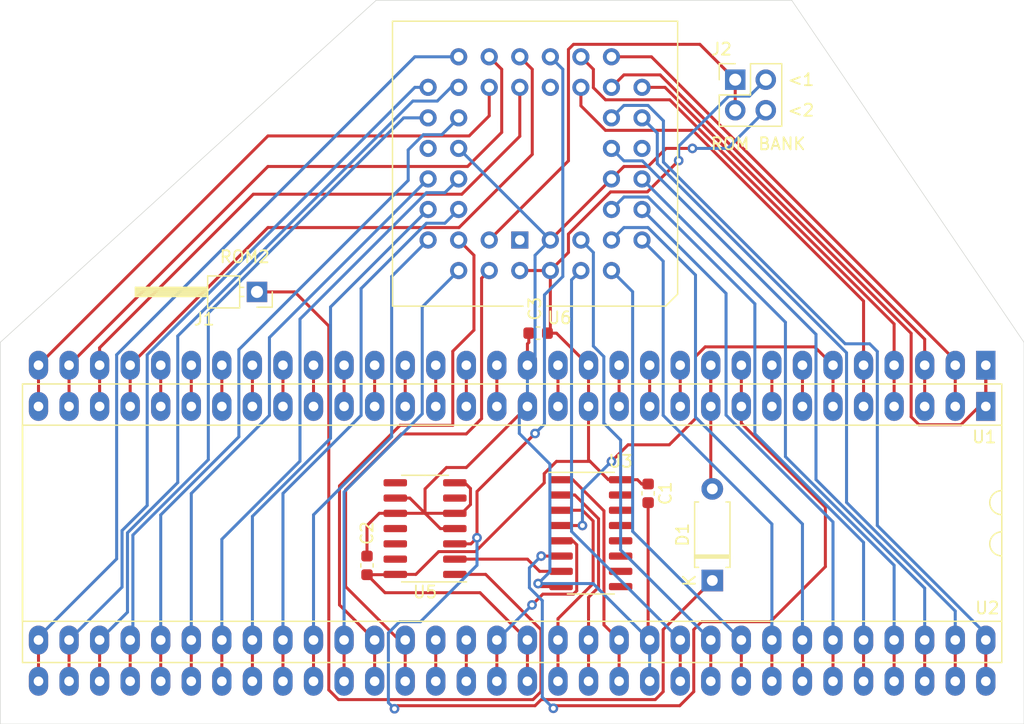
<source format=kicad_pcb>
(kicad_pcb (version 20211014) (generator pcbnew)
  (layers (0 "F.Cu" signal) (31 "B.Cu" signal) (34 "B.Paste" user) (35 "F.Paste" user) (36 "B.SilkS" user "B.Silkscreen") (37 "F.SilkS" user "F.Silkscreen") (38 "B.Mask" user) (39 "F.Mask" user) (44 "Edge.Cuts" user))
  (net 0 "")
  (net 1 "/A14")
  (net 2 "/A12")
  (net 3 "/A10")
  (net 5 "/A8")
  (net 6 "/A15")
  (net 7 "/A13")
  (net 8 "/A11")
  (net 9 "GND")
  (net 10 "/A9")
  (net 11 "/A7")
  (net 12 "/A5")
  (net 13 "/A3")
  (net 14 "/A1")
  (net 15 "/D1")
  (net 16 "/D3")
  (net 17 "/A6")
  (net 18 "/A4")
  (net 19 "/A2")
  (net 21 "/D0")
  (net 22 "/D2")
  (net 23 "/D4")
  (net 24 "/D6")
  (net 26 "/D8")
  (net 27 "/D10")
  (net 28 "/D12")
  (net 29 "/D5")
  (net 30 "/D7")
  (net 31 "/D9")
  (net 32 "/D11")
  (net 33 "/A17")
  (net 34 "+5V")
  (net 35 "/D13")
  (net 36 "/D15")
  (net 37 "/A16")
  (net 38 "/A18")
  (net 39 "/D14")
  (net 41 "Net-(J1-Pad1)")
  (net 42 "/FC0")
  (net 43 "/FC1")
  (net 44 "/FC2")
  (net 45 "/IPL0")
  (net 46 "/IPL1")
  (net 47 "/IPL2")
  (net 48 "/BERR")
  (net 49 "/VPA")
  (net 50 "/A23")
  (net 51 "/E")
  (net 52 "/A22")
  (net 53 "/VMA")
  (net 54 "/A21")
  (net 55 "/RESET")
  (net 56 "/HALT")
  (net 57 "/A20")
  (net 58 "/A19")
  (net 59 "/CLK")
  (net 60 "/BR")
  (net 61 "/BGACK")
  (net 62 "/BG")
  (net 63 "/DTACK")
  (net 64 "/RW")
  (net 65 "/LDS")
  (net 66 "/UDS")
  (net 67 "/AS")
  (net 75 "Net-(U3-Pad7)")
  (net 78 "/BANK")
  (net 79 "/OE")
  (footprint "Package_LCC:PLCC-44_THT-Socket" (layer "F.Cu") (at 111.252 108.331 180)
    (fp_text reference "U6")
    (fp_text value "27C4096PLCC")
  )
  (footprint "Package_DIP:DIP-64_W22.86mm_LongPads" (layer "F.Cu") (at 149.987 122.174 -90)
    (fp_text reference "U1")
    (fp_text value "Socket")
  )
  (footprint "Package_DIP:DIP-64_W22.86mm_LongPads" (layer "F.Cu") (at 149.987 118.745 -90)
    (fp_text reference "U2")
    (fp_text value "CPU")
  )
  (footprint "Package_SO:SOIC-16_3.9x9.9mm_P1.27mm" (layer "F.Cu") (at 117.159 132.715)
    (fp_text reference "U3")
    (fp_text value "74LS138")
  )
  (footprint "Package_SO:SOIC-14_3.9x8.7mm_P1.27mm" (layer "F.Cu") (at 103.378 132.334 180)
    (fp_text reference "U5")
    (fp_text value "74LS08")
  )
  (footprint "Capacitor_SMD:C_0603_1608Metric" (layer "F.Cu") (at 121.92 129.4 -90)
    (fp_text reference "C1")
    (fp_text value ".1u")
  )
  (footprint "Capacitor_SMD:C_0603_1608Metric" (layer "F.Cu") (at 98.552 135.395 90)
    (fp_text reference "C2")
    (fp_text value ".1u")
  )
  (footprint "Capacitor_SMD:C_0603_1608Metric" (layer "F.Cu") (at 112.776 116.078 180)
    (fp_text reference "C3")
    (fp_text value ".1u")
  )
  (footprint "Connector_PinHeader_2.54mm:PinHeader_1x01_P2.54mm_Horizontal" (layer "F.Cu") (at 89.408 112.649 180)
    (fp_text reference "J1")
    (fp_text value "ROM2")
  )
  (footprint "Connector_PinHeader_2.54mm:PinHeader_2x02_P2.54mm_Vertical" (layer "F.Cu") (at 129.159 94.996)
    (fp_text reference "J2")
    (fp_text value "BANK")
  )
  (footprint "Diode_THT:D_A-405_P7.62mm_Horizontal" (layer "F.Cu") (at 127.254 136.652 90)
    (fp_text reference "D1")
    (fp_text value "D")
  )
  (gr_line (start 68.072 116.84) (end 99.314 88.392) (layer "Edge.Cuts") (width 0.05))
  (gr_line (start 133.858 88.392) (end 153.162 116.84) (layer "Edge.Cuts") (width 0.05))
  (gr_line (start 68.072 148.59) (end 68.072 116.84) (layer "Edge.Cuts") (width 0.05))
  (gr_line (start 153.162 148.59) (end 68.072 148.59) (layer "Edge.Cuts") (width 0.05))
  (gr_line (start 99.314 88.392) (end 133.858 88.392) (layer "Edge.Cuts") (width 0.05))
  (gr_line (start 153.162 116.84) (end 153.162 148.59) (layer "Edge.Cuts") (width 0.05))
  (gr_text "ROM BANK" (at 131.064 100.33) (layer "F.SilkS") (effects (font (size 1 1))))
  (gr_text "ROM2" (at 88.392 109.728) (layer "F.SilkS") (effects (font (size 1 1))))
  (gr_text "<2" (at 134.62 97.536) (layer "F.SilkS") (effects (font (size 1 1))))
  (gr_text "<1" (at 134.62 94.996) (layer "F.SilkS") (effects (font (size 1 1))))
  (segment (start 94.107 145.034) (end 94.107 141.605) (width 0.25) (layer "F.Cu") (net 1))
  (segment (start 94.107 131.18959) (end 100.60199 124.6946) (width 0.25) (layer "B.Cu") (net 1))
  (segment (start 100.60199 111.36101) (end 103.632 108.331) (width 0.25) (layer "B.Cu") (net 1))
  (segment (start 100.60199 124.6946) (end 100.60199 111.36101) (width 0.25) (layer "B.Cu") (net 1))
  (segment (start 94.107 141.605) (end 94.107 131.18959) (width 0.25) (layer "B.Cu") (net 1))
  (segment (start 89.027 145.034) (end 89.027 141.605) (width 0.25) (layer "F.Cu") (net 2))
  (segment (start 95.52199 124.8216) (end 95.52199 113.90101) (width 0.25) (layer "B.Cu") (net 2))
  (segment (start 89.027 141.605) (end 89.027 131.31659) (width 0.25) (layer "B.Cu") (net 2))
  (segment (start 89.027 131.31659) (end 95.52199 124.8216) (width 0.25) (layer "B.Cu") (net 2))
  (segment (start 95.52199 113.90101) (end 103.632 105.791) (width 0.25) (layer "B.Cu") (net 2))
  (segment (start 83.947 145.034) (end 83.947 141.605) (width 0.25) (layer "F.Cu") (net 3))
  (segment (start 90.44199 116.44101) (end 103.632 103.251) (width 0.25) (layer "B.Cu") (net 3))
  (segment (start 90.44199 122.91801) (end 90.44199 116.44101) (width 0.25) (layer "B.Cu") (net 3))
  (segment (start 83.947 129.413) (end 90.44199 122.91801) (width 0.25) (layer "B.Cu") (net 3))
  (segment (start 83.947 141.605) (end 83.947 129.413) (width 0.25) (layer "B.Cu") (net 3))
  (segment (start 78.867 145.034) (end 78.867 141.605) (width 0.25) (layer "F.Cu") (net 5))
  (segment (start 79.092023 132.873797) (end 85.36199 126.60383) (width 0.25) (layer "B.Cu") (net 5))
  (segment (start 85.36199 114.410008) (end 101.600998 98.171) (width 0.25) (layer "B.Cu") (net 5))
  (segment (start 101.600998 98.171) (end 103.632 98.171) (width 0.25) (layer "B.Cu") (net 5))
  (segment (start 78.867 141.605) (end 79.092023 141.379977) (width 0.25) (layer "B.Cu") (net 5))
  (segment (start 85.36199 126.60383) (end 85.36199 114.410008) (width 0.25) (layer "B.Cu") (net 5))
  (segment (start 79.092023 141.379977) (end 79.092023 132.873797) (width 0.25) (layer "B.Cu") (net 5))
  (segment (start 96.647 145.034) (end 96.647 141.605) (width 0.25) (layer "F.Cu") (net 6))
  (segment (start 96.647 129.286) (end 103.14199 122.79101) (width 0.25) (layer "B.Cu") (net 6))
  (segment (start 103.14199 113.90101) (end 106.172 110.871) (width 0.25) (layer "B.Cu") (net 6))
  (segment (start 103.14199 122.79101) (end 103.14199 113.90101) (width 0.25) (layer "B.Cu") (net 6))
  (segment (start 96.647 141.605) (end 96.647 129.286) (width 0.25) (layer "B.Cu") (net 6))
  (segment (start 91.567 145.034) (end 91.567 141.605) (width 0.25) (layer "F.Cu") (net 7))
  (segment (start 98.06199 112.367432) (end 103.495422 106.934) (width 0.25) (layer "B.Cu") (net 7))
  (segment (start 105.029 106.934) (end 106.172 105.791) (width 0.25) (layer "B.Cu") (net 7))
  (segment (start 91.567 129.413) (end 98.06199 122.91801) (width 0.25) (layer "B.Cu") (net 7))
  (segment (start 98.06199 122.91801) (end 98.06199 112.367432) (width 0.25) (layer "B.Cu") (net 7))
  (segment (start 91.567 141.605) (end 91.567 129.413) (width 0.25) (layer "B.Cu") (net 7))
  (segment (start 103.495422 106.934) (end 105.029 106.934) (width 0.25) (layer "B.Cu") (net 7))
  (segment (start 86.487 145.034) (end 86.487 141.605) (width 0.25) (layer "F.Cu") (net 8))
  (segment (start 92.98199 126.72519) (end 92.98199 114.907432) (width 0.25) (layer "B.Cu") (net 8))
  (segment (start 103.495422 104.394) (end 105.029 104.394) (width 0.25) (layer "B.Cu") (net 8))
  (segment (start 86.487 141.605) (end 86.487 133.22018) (width 0.25) (layer "B.Cu") (net 8))
  (segment (start 92.98199 114.907432) (end 103.495422 104.394) (width 0.25) (layer "B.Cu") (net 8))
  (segment (start 105.029 104.394) (end 106.172 103.251) (width 0.25) (layer "B.Cu") (net 8))
  (segment (start 86.487 133.22018) (end 92.98199 126.72519) (width 0.25) (layer "B.Cu") (net 8))
  (segment (start 114.684 137.16) (end 113.03 137.16) (width 0.25) (layer "F.Cu") (net 9))
  (segment (start 103.378 131.064) (end 105.853 131.064) (width 0.25) (layer "F.Cu") (net 9))
  (segment (start 113.03 137.16) (end 112.776 136.906) (width 0.25) (layer "F.Cu") (net 9))
  (segment (start 122.047 141.523) (end 122.047 141.605) (width 0.25) (layer "F.Cu") (net 9))
  (segment (start 106.807 127.254) (end 105.156 127.254) (width 0.25) (layer "F.Cu") (net 9))
  (segment (start 100.903 131.064) (end 103.378 131.064) (width 0.25) (layer "F.Cu") (net 9))
  (segment (start 107.15252 130.33748) (end 106.426 131.064) (width 0.25) (layer "F.Cu") (net 9))
  (segment (start 118.872 103.251) (end 119.908201 102.214799) (width 0.25) (layer "F.Cu") (net 9))
  (segment (start 113.792 108.331) (end 118.872 103.251) (width 0.25) (layer "F.Cu") (net 9))
  (segment (start 103.378 129.032) (end 103.378 131.064) (width 0.25) (layer "F.Cu") (net 9))
  (segment (start 99.568 131.064) (end 98.552 132.08) (width 0.25) (layer "F.Cu") (net 9))
  (segment (start 121.909377 102.214799) (end 123.413176 100.711) (width 0.25) (layer "F.Cu") (net 9))
  (segment (start 105.853 132.334) (end 104.648 132.334) (width 0.25) (layer "F.Cu") (net 9))
  (segment (start 103.378 131.064) (end 102.108 129.794) (width 0.25) (layer "F.Cu") (net 9))
  (segment (start 111.887 118.745) (end 111.887 116.967) (width 0.25) (layer "F.Cu") (net 9))
  (segment (start 119.908201 102.214799) (end 121.909377 102.214799) (width 0.25) (layer "F.Cu") (net 9))
  (segment (start 106.68 128.524) (end 107.15252 128.99652) (width 0.25) (layer "F.Cu") (net 9))
  (segment (start 111.887 122.174) (end 106.807 127.254) (width 0.25) (layer "F.Cu") (net 9))
  (segment (start 104.648 132.334) (end 103.378 131.064) (width 0.25) (layer "F.Cu") (net 9))
  (segment (start 106.426 131.064) (end 105.853 131.064) (width 0.25) (layer "F.Cu") (net 9))
  (segment (start 107.15252 128.99652) (end 107.15252 130.33748) (width 0.25) (layer "F.Cu") (net 9))
  (segment (start 121.92 141.478) (end 122.047 141.605) (width 0.25) (layer "F.Cu") (net 9))
  (segment (start 112.001 116.853) (end 112.001 116.078) (width 0.25) (layer "F.Cu") (net 9))
  (segment (start 105.156 127.254) (end 103.378 129.032) (width 0.25) (layer "F.Cu") (net 9))
  (segment (start 111.887 116.967) (end 112.001 116.853) (width 0.25) (layer "F.Cu") (net 9))
  (segment (start 100.903 131.064) (end 99.568 131.064) (width 0.25) (layer "F.Cu") (net 9))
  (segment (start 121.92 130.175) (end 121.92 141.478) (width 0.25) (layer "F.Cu") (net 9))
  (segment (start 123.413176 100.711) (end 125.603 100.711) (width 0.25) (layer "F.Cu") (net 9))
  (segment (start 105.853 128.524) (end 106.68 128.524) (width 0.25) (layer "F.Cu") (net 9))
  (segment (start 98.552 132.08) (end 98.552 134.62) (width 0.25) (layer "F.Cu") (net 9))
  (segment (start 102.108 129.794) (end 100.903 129.794) (width 0.25) (layer "F.Cu") (net 9))
  (via (at 112.776 136.906) (size 0.8) (drill 0.4) (layers "F.Cu" "B.Cu") (net 9))
  (via (at 125.603 100.711) (size 0.8) (drill 0.4) (layers "F.Cu" "B.Cu") (net 9))
  (segment (start 112.776 136.906) (end 117.348 136.906) (width 0.25) (layer "B.Cu") (net 9))
  (segment (start 113.754511 135.927489) (end 112.776 136.906) (width 0.25) (layer "B.Cu") (net 9))
  (segment (start 112.522 109.601) (end 113.792 108.331) (width 0.25) (layer "B.Cu") (net 9))
  (segment (start 112.522 109.982) (end 112.522 109.601) (width 0.25) (layer "B.Cu") (net 9))
  (segment (start 111.213317 124.421317) (end 113.754511 126.962511) (width 0.25) (layer "B.Cu") (net 9))
  (segment (start 111.887 118.745) (end 111.887 122.174) (width 0.25) (layer "B.Cu") (net 9))
  (segment (start 125.603 100.711) (end 128.524 100.711) (width 0.25) (layer "B.Cu") (net 9))
  (segment (start 106.172 100.711) (end 113.792 108.331) (width 0.25) (layer "B.Cu") (net 9))
  (segment (start 113.754511 126.962511) (end 113.754511 135.927489) (width 0.25) (layer "B.Cu") (net 9))
  (segment (start 111.213317 122.847683) (end 111.213317 124.421317) (width 0.25) (layer "B.Cu") (net 9))
  (segment (start 117.348 136.906) (end 122.047 141.605) (width 0.25) (layer "B.Cu") (net 9))
  (segment (start 112.522 109.982) (end 112.522 118.11) (width 0.25) (layer "B.Cu") (net 9))
  (segment (start 122.047 141.605) (end 122.047 145.034) (width 0.25) (layer "B.Cu") (net 9))
  (segment (start 111.887 122.174) (end 111.213317 122.847683) (width 0.25) (layer "B.Cu") (net 9))
  (segment (start 128.524 100.711) (end 131.699 97.536) (width 0.25) (layer "B.Cu") (net 9))
  (segment (start 112.522 118.11) (end 111.887 118.745) (width 0.25) (layer "B.Cu") (net 9))
  (segment (start 81.407 145.034) (end 81.407 141.605) (width 0.25) (layer "F.Cu") (net 10))
  (segment (start 103.241422 99.568) (end 101.976211 100.833211) (width 0.25) (layer "B.Cu") (net 10))
  (segment (start 104.775 99.568) (end 103.241422 99.568) (width 0.25) (layer "B.Cu") (net 10))
  (segment (start 101.976211 103.373211) (end 87.90199 117.447432) (width 0.25) (layer "B.Cu") (net 10))
  (segment (start 81.407 131.195233) (end 81.407 141.605) (width 0.25) (layer "B.Cu") (net 10))
  (segment (start 87.90199 117.447432) (end 87.90199 124.700243) (width 0.25) (layer "B.Cu") (net 10))
  (segment (start 106.172 98.171) (end 104.775 99.568) (width 0.25) (layer "B.Cu") (net 10))
  (segment (start 87.90199 124.700243) (end 81.407 131.195233) (width 0.25) (layer "B.Cu") (net 10))
  (segment (start 101.976211 100.833211) (end 101.976211 103.373211) (width 0.25) (layer "B.Cu") (net 10))
  (segment (start 76.327 145.034) (end 76.327 141.605) (width 0.25) (layer "F.Cu") (net 11))
  (segment (start 104.394 96.774) (end 105.537 95.631) (width 0.25) (layer "B.Cu") (net 11))
  (segment (start 82.82199 116.313597) (end 102.361587 96.774) (width 0.25) (layer "B.Cu") (net 11))
  (segment (start 105.537 95.631) (end 106.172 95.631) (width 0.25) (layer "B.Cu") (net 11))
  (segment (start 82.82199 128.50742) (end 82.82199 116.313597) (width 0.25) (layer "B.Cu") (net 11))
  (segment (start 102.361587 96.774) (end 104.394 96.774) (width 0.25) (layer "B.Cu") (net 11))
  (segment (start 76.327 141.605) (end 78.642012 139.289988) (width 0.25) (layer "B.Cu") (net 11))
  (segment (start 78.642012 132.687398) (end 82.82199 128.50742) (width 0.25) (layer "B.Cu") (net 11))
  (segment (start 78.642012 139.289988) (end 78.642012 132.687398) (width 0.25) (layer "B.Cu") (net 11))
  (segment (start 71.247 145.034) (end 71.247 141.605) (width 0.25) (layer "F.Cu") (net 12))
  (segment (start 102.529996 93.091) (end 106.172 93.091) (width 0.25) (layer "B.Cu") (net 12))
  (segment (start 71.247 141.605) (end 71.247 141.351) (width 0.25) (layer "B.Cu") (net 12))
  (segment (start 77.74199 117.879006) (end 102.529996 93.091) (width 0.25) (layer "B.Cu") (net 12))
  (segment (start 71.247 141.351) (end 77.74199 134.85601) (width 0.25) (layer "B.Cu") (net 12))
  (segment (start 77.74199 134.85601) (end 77.74199 117.879006) (width 0.25) (layer "B.Cu") (net 12))
  (segment (start 109.748201 94.127201) (end 108.712 93.091) (width 0.25) (layer "F.Cu") (net 13))
  (segment (start 73.787 122.174) (end 73.787 118.745) (width 0.25) (layer "F.Cu") (net 13))
  (segment (start 90.317201 102.214799) (end 106.913799 102.214799) (width 0.25) (layer "F.Cu") (net 13))
  (segment (start 109.748201 99.380397) (end 109.748201 94.127201) (width 0.25) (layer "F.Cu") (net 13))
  (segment (start 106.913799 102.214799) (end 109.748201 99.380397) (width 0.25) (layer "F.Cu") (net 13))
  (segment (start 73.787 118.745) (end 90.317201 102.214799) (width 0.25) (layer "F.Cu") (net 13))
  (segment (start 112.288201 101.208377) (end 112.288201 94.127201) (width 0.25) (layer "F.Cu") (net 14))
  (segment (start 106.201779 107.294799) (end 112.288201 101.208377) (width 0.25) (layer "F.Cu") (net 14))
  (segment (start 112.288201 94.127201) (end 111.252 93.091) (width 0.25) (layer "F.Cu") (net 14))
  (segment (start 90.317201 107.294799) (end 106.201779 107.294799) (width 0.25) (layer "F.Cu") (net 14))
  (segment (start 78.867 122.174) (end 78.867 118.745) (width 0.25) (layer "F.Cu") (net 14))
  (segment (start 78.867 118.745) (end 90.317201 107.294799) (width 0.25) (layer "F.Cu") (net 14))
  (segment (start 118.374623 96.667201) (end 117.368201 95.660779) (width 0.25) (layer "F.Cu") (net 15))
  (segment (start 117.368201 95.660779) (end 117.368201 94.127201) (width 0.25) (layer "F.Cu") (net 15))
  (segment (start 117.368201 94.127201) (end 116.332 93.091) (width 0.25) (layer "F.Cu") (net 15))
  (segment (start 142.367 122.174) (end 142.367 118.745) (width 0.25) (layer "F.Cu") (net 15))
  (segment (start 142.367 115.314589) (end 123.719612 96.667201) (width 0.25) (layer "F.Cu") (net 15))
  (segment (start 142.367 118.745) (end 142.367 115.314589) (width 0.25) (layer "F.Cu") (net 15))
  (segment (start 123.719612 96.667201) (end 118.374623 96.667201) (width 0.25) (layer "F.Cu") (net 15))
  (segment (start 122.193 93.091) (end 118.872 93.091) (width 0.25) (layer "F.Cu") (net 16))
  (segment (start 147.447 122.174) (end 147.447 118.745) (width 0.25) (layer "F.Cu") (net 16))
  (segment (start 147.447 118.345) (end 122.193 93.091) (width 0.25) (layer "F.Cu") (net 16))
  (segment (start 147.447 118.745) (end 147.447 118.345) (width 0.25) (layer "F.Cu") (net 16))
  (segment (start 73.787 145.034) (end 73.787 141.605) (width 0.25) (layer "F.Cu") (net 17))
  (segment (start 80.28199 117.879006) (end 102.529996 95.631) (width 0.25) (layer "B.Cu") (net 17))
  (segment (start 78.192001 132.500999) (end 80.28199 130.41101) (width 0.25) (layer "B.Cu") (net 17))
  (segment (start 80.28199 130.41101) (end 80.28199 117.879006) (width 0.25) (layer "B.Cu") (net 17))
  (segment (start 73.787 141.605) (end 78.192001 137.199999) (width 0.25) (layer "B.Cu") (net 17))
  (segment (start 78.192001 137.199999) (end 78.192001 132.500999) (width 0.25) (layer "B.Cu") (net 17))
  (segment (start 102.529996 95.631) (end 103.632 95.631) (width 0.25) (layer "B.Cu") (net 17))
  (segment (start 71.247 122.174) (end 71.247 118.745) (width 0.25) (layer "F.Cu") (net 18))
  (segment (start 71.247 118.745) (end 90.317201 99.674799) (width 0.25) (layer "F.Cu") (net 18))
  (segment (start 90.317201 99.674799) (end 107.040799 99.674799) (width 0.25) (layer "F.Cu") (net 18))
  (segment (start 108.712 98.003598) (end 108.712 95.631) (width 0.25) (layer "F.Cu") (net 18))
  (segment (start 107.040799 99.674799) (end 108.712 98.003598) (width 0.25) (layer "F.Cu") (net 18))
  (segment (start 76.327 117.295) (end 89.101 104.521) (width 0.25) (layer "F.Cu") (net 19))
  (segment (start 89.101 104.521) (end 106.435578 104.521) (width 0.25) (layer "F.Cu") (net 19))
  (segment (start 76.327 118.745) (end 76.327 117.295) (width 0.25) (layer "F.Cu") (net 19))
  (segment (start 76.327 122.174) (end 76.327 118.745) (width 0.25) (layer "F.Cu") (net 19))
  (segment (start 106.435578 104.521) (end 111.252 99.704578) (width 0.25) (layer "F.Cu") (net 19))
  (segment (start 111.252 99.704578) (end 111.252 95.631) (width 0.25) (layer "F.Cu") (net 19))
  (segment (start 139.827 113.411) (end 125.623201 99.207201) (width 0.25) (layer "F.Cu") (net 21))
  (segment (start 139.827 122.174) (end 139.827 118.745) (width 0.25) (layer "F.Cu") (net 21))
  (segment (start 125.623201 99.207201) (end 118.374623 99.207201) (width 0.25) (layer "F.Cu") (net 21))
  (segment (start 118.374623 99.207201) (end 116.332 97.164578) (width 0.25) (layer "F.Cu") (net 21))
  (segment (start 116.332 97.164578) (end 116.332 95.631) (width 0.25) (layer "F.Cu") (net 21))
  (segment (start 139.827 118.745) (end 139.827 113.411) (width 0.25) (layer "F.Cu") (net 21))
  (segment (start 119.908201 94.594799) (end 118.872 95.631) (width 0.25) (layer "F.Cu") (net 22))
  (segment (start 122.920032 94.594799) (end 119.908201 94.594799) (width 0.25) (layer "F.Cu") (net 22))
  (segment (start 144.907 116.581767) (end 122.920032 94.594799) (width 0.25) (layer "F.Cu") (net 22))
  (segment (start 144.907 122.174) (end 144.907 118.745) (width 0.25) (layer "F.Cu") (net 22))
  (segment (start 144.907 118.745) (end 144.907 116.581767) (width 0.25) (layer "F.Cu") (net 22))
  (segment (start 123.319822 95.631) (end 121.412 95.631) (width 0.25) (layer "F.Cu") (net 23))
  (segment (start 149.987 118.745) (end 149.987 121.625004) (width 0.25) (layer "F.Cu") (net 23))
  (segment (start 143.78199 123.039994) (end 143.78199 116.093168) (width 0.25) (layer "F.Cu") (net 23))
  (segment (start 147.912994 123.69901) (end 144.441006 123.69901) (width 0.25) (layer "F.Cu") (net 23))
  (segment (start 149.987 122.174) (end 149.987 118.745) (width 0.25) (layer "F.Cu") (net 23))
  (segment (start 143.78199 116.093168) (end 123.319822 95.631) (width 0.25) (layer "F.Cu") (net 23))
  (segment (start 149.987 121.625004) (end 147.912994 123.69901) (width 0.25) (layer "F.Cu") (net 23))
  (segment (start 144.441006 123.69901) (end 143.78199 123.039994) (width 0.25) (layer "F.Cu") (net 23))
  (segment (start 147.447 141.605) (end 147.447 145.034) (width 0.25) (layer "F.Cu") (net 24))
  (segment (start 138.41201 117.71101) (end 122.682 101.981) (width 0.25) (layer "B.Cu") (net 24))
  (segment (start 138.41201 130.15842) (end 138.41201 117.71101) (width 0.25) (layer "B.Cu") (net 24))
  (segment (start 122.682 101.981) (end 122.682 99.441) (width 0.25) (layer "B.Cu") (net 24))
  (segment (start 122.682 99.441) (end 121.412 98.171) (width 0.25) (layer "B.Cu") (net 24))
  (segment (start 147.447 139.19341) (end 138.41201 130.15842) (width 0.25) (layer "B.Cu") (net 24))
  (segment (start 147.447 141.605) (end 147.447 139.19341) (width 0.25) (layer "B.Cu") (net 24))
  (segment (start 142.367 145.034) (end 142.367 141.605) (width 0.25) (layer "F.Cu") (net 26))
  (segment (start 142.367 135.386232) (end 133.33201 126.351242) (width 0.25) (layer "B.Cu") (net 26))
  (segment (start 133.33201 126.351242) (end 133.33201 115.17101) (width 0.25) (layer "B.Cu") (net 26))
  (segment (start 142.367 141.605) (end 142.367 135.386232) (width 0.25) (layer "B.Cu") (net 26))
  (segment (start 133.33201 115.17101) (end 121.412 103.251) (width 0.25) (layer "B.Cu") (net 26))
  (segment (start 137.287 145.034) (end 137.287 141.605) (width 0.25) (layer "F.Cu") (net 27))
  (segment (start 137.287 131.784311) (end 128.397 122.894311) (width 0.25) (layer "B.Cu") (net 27))
  (segment (start 137.287 141.605) (end 137.287 131.784311) (width 0.25) (layer "B.Cu") (net 27))
  (segment (start 128.397 112.776) (end 121.412 105.791) (width 0.25) (layer "B.Cu") (net 27))
  (segment (start 128.397 122.894311) (end 128.397 112.776) (width 0.25) (layer "B.Cu") (net 27))
  (segment (start 132.207 145.034) (end 132.207 141.605) (width 0.25) (layer "F.Cu") (net 28))
  (segment (start 123.17201 110.09101) (end 121.412 108.331) (width 0.25) (layer "B.Cu") (net 28))
  (segment (start 123.17201 122.91801) (end 123.17201 110.09101) (width 0.25) (layer "B.Cu") (net 28))
  (segment (start 132.207 131.953) (end 123.17201 122.91801) (width 0.25) (layer "B.Cu") (net 28))
  (segment (start 132.207 141.605) (end 132.207 131.953) (width 0.25) (layer "B.Cu") (net 28))
  (segment (start 149.987 141.605) (end 149.987 145.034) (width 0.25) (layer "F.Cu") (net 29))
  (segment (start 140.335 116.967) (end 140.97 117.602) (width 0.25) (layer "B.Cu") (net 29))
  (segment (start 138.30441 116.967) (end 140.335 116.967) (width 0.25) (layer "B.Cu") (net 29))
  (segment (start 140.97 132.08) (end 149.987 141.097) (width 0.25) (layer "B.Cu") (net 29))
  (segment (start 123.19 98.415422) (end 123.19 101.85259) (width 0.25) (layer "B.Cu") (net 29))
  (segment (start 121.909377 97.134799) (end 123.19 98.415422) (width 0.25) (layer "B.Cu") (net 29))
  (segment (start 149.987 141.097) (end 149.987 141.605) (width 0.25) (layer "B.Cu") (net 29))
  (segment (start 119.908201 97.134799) (end 121.909377 97.134799) (width 0.25) (layer "B.Cu") (net 29))
  (segment (start 140.97 117.602) (end 140.97 132.08) (width 0.25) (layer "B.Cu") (net 29))
  (segment (start 118.872 98.171) (end 119.908201 97.134799) (width 0.25) (layer "B.Cu") (net 29))
  (segment (start 123.19 101.85259) (end 138.30441 116.967) (width 0.25) (layer "B.Cu") (net 29))
  (segment (start 144.907 145.034) (end 144.907 141.605) (width 0.25) (layer "F.Cu") (net 30))
  (segment (start 144.907 141.605) (end 144.907 137.289821) (width 0.25) (layer "B.Cu") (net 30))
  (segment (start 135.87201 128.254831) (end 135.87201 116.177432) (width 0.25) (layer "B.Cu") (net 30))
  (segment (start 135.87201 116.177432) (end 121.441779 101.747201) (width 0.25) (layer "B.Cu") (net 30))
  (segment (start 119.908201 101.747201) (end 118.872 100.711) (width 0.25) (layer "B.Cu") (net 30))
  (segment (start 121.441779 101.747201) (end 119.908201 101.747201) (width 0.25) (layer "B.Cu") (net 30))
  (segment (start 144.907 137.289821) (end 135.87201 128.254831) (width 0.25) (layer "B.Cu") (net 30))
  (segment (start 139.827 145.034) (end 139.827 141.605) (width 0.25) (layer "F.Cu") (net 31))
  (segment (start 130.79201 124.447653) (end 130.79201 113.637432) (width 0.25) (layer "B.Cu") (net 31))
  (segment (start 130.79201 113.637432) (end 121.909377 104.754799) (width 0.25) (layer "B.Cu") (net 31))
  (segment (start 119.908201 104.754799) (end 118.872 105.791) (width 0.25) (layer "B.Cu") (net 31))
  (segment (start 139.827 141.605) (end 139.827 133.482643) (width 0.25) (layer "B.Cu") (net 31))
  (segment (start 139.827 133.482643) (end 130.79201 124.447653) (width 0.25) (layer "B.Cu") (net 31))
  (segment (start 121.909377 104.754799) (end 119.908201 104.754799) (width 0.25) (layer "B.Cu") (net 31))
  (segment (start 134.747 145.034) (end 134.747 141.605) (width 0.25) (layer "F.Cu") (net 32))
  (segment (start 121.909377 107.294799) (end 119.908201 107.294799) (width 0.25) (layer "B.Cu") (net 32))
  (segment (start 125.857 123.063) (end 125.857 111.242422) (width 0.25) (layer "B.Cu") (net 32))
  (segment (start 119.908201 107.294799) (end 118.872 108.331) (width 0.25) (layer "B.Cu") (net 32))
  (segment (start 125.857 111.242422) (end 121.909377 107.294799) (width 0.25) (layer "B.Cu") (net 32))
  (segment (start 134.747 141.605) (end 134.747 131.953) (width 0.25) (layer "B.Cu") (net 32))
  (segment (start 134.747 131.953) (end 125.857 123.063) (width 0.25) (layer "B.Cu") (net 32))
  (segment (start 108.077 111.506) (end 108.712 110.871) (width 0.25) (layer "F.Cu") (net 33))
  (segment (start 101.219 141.605) (end 96.774 137.16) (width 0.25) (layer "F.Cu") (net 33))
  (segment (start 101.409859 124.46) (end 106.807 124.46) (width 0.25) (layer "F.Cu") (net 33))
  (segment (start 101.727 141.605) (end 101.219 141.605) (width 0.25) (layer "F.Cu") (net 33))
  (segment (start 108.077 123.19) (end 108.077 111.506) (width 0.25) (layer "F.Cu") (net 33))
  (segment (start 101.727 145.034) (end 101.727 141.605) (width 0.25) (layer "F.Cu") (net 33))
  (segment (start 106.807 124.46) (end 108.077 123.19) (width 0.25) (layer "F.Cu") (net 33))
  (segment (start 96.774 137.16) (end 96.774 129.095859) (width 0.25) (layer "F.Cu") (net 33))
  (segment (start 96.774 129.095859) (end 101.409859 124.46) (width 0.25) (layer "F.Cu") (net 33))
  (segment (start 104.51052 134.24948) (end 102.616 136.144) (width 0.25) (layer "F.Cu") (net 34))
  (segment (start 117.094 126.745996) (end 116.967 126.618996) (width 0.25) (layer "F.Cu") (net 34))
  (segment (start 121.386 128.625) (end 121.031 128.27) (width 0.25) (layer "F.Cu") (net 34))
  (segment (start 111.887 145.034) (end 111.887 141.605) (width 0.25) (layer "F.Cu") (net 34))
  (segment (start 118.618004 128.27) (end 119.634 128.27) (width 0.25) (layer "F.Cu") (net 34))
  (segment (start 121.92 128.625) (end 121.386 128.625) (width 0.25) (layer "F.Cu") (net 34))
  (segment (start 107.95 137.668) (end 100.05 137.668) (width 0.25) (layer "F.Cu") (net 34))
  (segment (start 100.05 137.668) (end 98.552 136.17) (width 0.25) (layer "F.Cu") (net 34))
  (segment (start 114.3 116.078) (end 116.967 118.745) (width 0.25) (layer "F.Cu") (net 34))
  (segment (start 98.552 136.17) (end 100.877 136.17) (width 0.25) (layer "F.Cu") (net 34))
  (segment (start 113.284 128.532614) (end 107.567134 134.24948) (width 0.25) (layer "F.Cu") (net 34))
  (segment (start 113.792 110.871) (end 115.295799 109.367201) (width 0.25) (layer "F.Cu") (net 34))
  (segment (start 113.284 127.762) (end 113.284 128.532614) (width 0.25) (layer "F.Cu") (net 34))
  (segment (start 116.967 118.745) (end 116.967 122.174) (width 0.25) (layer "F.Cu") (net 34))
  (segment (start 113.792 115.837) (end 113.551 116.078) (width 0.25) (layer "F.Cu") (net 34))
  (segment (start 102.616 136.144) (end 100.903 136.144) (width 0.25) (layer "F.Cu") (net 34))
  (segment (start 116.967 126.618996) (end 116.967 122.174) (width 0.25) (layer "F.Cu") (net 34))
  (segment (start 111.887 141.605) (end 107.95 137.668) (width 0.25) (layer "F.Cu") (net 34))
  (segment (start 100.877 136.17) (end 100.903 136.144) (width 0.25) (layer "F.Cu") (net 34))
  (segment (start 117.094 126.745996) (end 118.618004 128.27) (width 0.25) (layer "F.Cu") (net 34))
  (segment (start 111.252 110.871) (end 113.792 110.871) (width 0.25) (layer "F.Cu") (net 34))
  (segment (start 115.295799 107.833623) (end 118.798922 104.3305) (width 0.25) (layer "F.Cu") (net 34))
  (segment (start 114.300004 126.745996) (end 113.284 127.762) (width 0.25) (layer "F.Cu") (net 34))
  (segment (start 121.8565 104.3305) (end 124.46 101.727) (width 0.25) (layer "F.Cu") (net 34))
  (segment (start 121.031 128.27) (end 119.634 128.27) (width 0.25) (layer "F.Cu") (net 34))
  (segment (start 117.094 126.745996) (end 114.300004 126.745996) (width 0.25) (layer "F.Cu") (net 34))
  (segment (start 107.567134 134.24948) (end 104.51052 134.24948) (width 0.25) (layer "F.Cu") (net 34))
  (segment (start 118.798922 104.3305) (end 121.8565 104.3305) (width 0.25) (layer "F.Cu") (net 34))
  (segment (start 113.551 116.078) (end 114.3 116.078) (width 0.25) (layer "F.Cu") (net 34))
  (segment (start 113.792 110.871) (end 113.792 115.837) (width 0.25) (layer "F.Cu") (net 34))
  (segment (start 115.295799 109.367201) (end 115.295799 107.833623) (width 0.25) (layer "F.Cu") (net 34))
  (via (at 124.46 101.727) (size 0.8) (drill 0.4) (layers "F.Cu" "B.Cu") (net 34))
  (segment (start 128.625314 96.360999) (end 124.46 100.526313) (width 0.25) (layer "B.Cu") (net 34))
  (segment (start 130.334001 96.360999) (end 128.625314 96.360999) (width 0.25) (layer "B.Cu") (net 34))
  (segment (start 131.699 94.996) (end 130.334001 96.360999) (width 0.25) (layer "B.Cu") (net 34))
  (segment (start 124.46 100.526313) (end 124.46 101.727) (width 0.25) (layer "B.Cu") (net 34))
  (segment (start 129.667 145.034) (end 129.667 141.605) (width 0.25) (layer "F.Cu") (net 35))
  (segment (start 120.63201 112.63101) (end 118.872 110.871) (width 0.25) (layer "B.Cu") (net 35))
  (segment (start 120.63201 132.57001) (end 120.63201 112.63101) (width 0.25) (layer "B.Cu") (net 35))
  (segment (start 129.667 141.605) (end 120.63201 132.57001) (width 0.25) (layer "B.Cu") (net 35))
  (segment (start 124.587 145.034) (end 124.587 141.605) (width 0.25) (layer "F.Cu") (net 36))
  (segment (start 115.55388 111.64912) (end 115.55388 132.57188) (width 0.25) (layer "B.Cu") (net 36))
  (segment (start 116.332 110.871) (end 115.55388 111.64912) (width 0.25) (layer "B.Cu") (net 36))
  (segment (start 115.55388 132.57188) (end 124.587 141.605) (width 0.25) (layer "B.Cu") (net 36))
  (segment (start 96.266 128.778) (end 96.266 138.684) (width 0.25) (layer "F.Cu") (net 37))
  (segment (start 96.266 138.684) (end 99.187 141.605) (width 0.25) (layer "F.Cu") (net 37))
  (segment (start 101.29899 123.74501) (end 96.266 128.778) (width 0.25) (layer "F.Cu") (net 37))
  (segment (start 105.68199 117.58401) (end 105.68199 123.74501) (width 0.25) (layer "F.Cu") (net 37))
  (segment (start 105.68199 123.74501) (end 101.29899 123.74501) (width 0.25) (layer "F.Cu") (net 37))
  (segment (start 107.442 109.601) (end 107.442 115.824) (width 0.25) (layer "F.Cu") (net 37))
  (segment (start 99.187 145.034) (end 99.187 141.605) (width 0.25) (layer "F.Cu") (net 37))
  (segment (start 107.442 115.824) (end 105.68199 117.58401) (width 0.25) (layer "F.Cu") (net 37))
  (segment (start 106.172 108.331) (end 107.442 109.601) (width 0.25) (layer "F.Cu") (net 37))
  (segment (start 104.267 145.034) (end 104.267 141.605) (width 0.25) (layer "F.Cu") (net 38))
  (segment (start 127.127 145.034) (end 127.127 141.605) (width 0.25) (layer "F.Cu") (net 39))
  (segment (start 116.332 108.331) (end 117.368201 109.367201) (width 0.25) (layer "B.Cu") (net 39))
  (segment (start 118.237 118.023996) (end 118.237 123.571) (width 0.25) (layer "B.Cu") (net 39))
  (segment (start 119.634 134.112) (end 127.127 141.605) (width 0.25) (layer "B.Cu") (net 39))
  (segment (start 118.237 123.571) (end 119.634 124.968) (width 0.25) (layer "B.Cu") (net 39))
  (segment (start 117.368201 109.367201) (end 117.368201 117.155197) (width 0.25) (layer "B.Cu") (net 39))
  (segment (start 117.368201 117.155197) (end 118.237 118.023996) (width 0.25) (layer "B.Cu") (net 39))
  (segment (start 119.634 124.968) (end 119.634 134.112) (width 0.25) (layer "B.Cu") (net 39))
  (segment (start 89.408 112.649) (end 92.542004 112.649) (width 0.25) (layer "F.Cu") (net 41))
  (segment (start 92.542004 112.649) (end 95.377 115.483996) (width 0.25) (layer "F.Cu") (net 41))
  (segment (start 96.181006 146.55901) (end 112.352994 146.55901) (width 0.25) (layer "F.Cu") (net 41))
  (segment (start 95.377 115.483996) (end 95.377 145.755004) (width 0.25) (layer "F.Cu") (net 41))
  (segment (start 113.01201 145.899994) (end 113.01201 140.739006) (width 0.25) (layer "F.Cu") (net 41))
  (segment (start 113.01201 140.739006) (end 108.417004 136.144) (width 0.25) (layer "F.Cu") (net 41))
  (segment (start 112.352994 146.55901) (end 113.01201 145.899994) (width 0.25) (layer "F.Cu") (net 41))
  (segment (start 95.377 145.755004) (end 96.181006 146.55901) (width 0.25) (layer "F.Cu") (net 41))
  (segment (start 108.417004 136.144) (end 105.853 136.144) (width 0.25) (layer "F.Cu") (net 41))
  (segment (start 81.407 122.174) (end 81.407 118.745) (width 0.25) (layer "F.Cu") (net 42))
  (segment (start 83.947 122.174) (end 83.947 118.745) (width 0.25) (layer "F.Cu") (net 43))
  (segment (start 86.487 122.174) (end 86.487 118.745) (width 0.25) (layer "F.Cu") (net 44))
  (segment (start 89.027 122.174) (end 89.027 118.745) (width 0.25) (layer "F.Cu") (net 45))
  (segment (start 91.567 122.174) (end 91.567 118.745) (width 0.25) (layer "F.Cu") (net 46))
  (segment (start 94.107 122.174) (end 94.107 118.745) (width 0.25) (layer "F.Cu") (net 47))
  (segment (start 96.647 122.174) (end 96.647 118.745) (width 0.25) (layer "F.Cu") (net 48))
  (segment (start 99.187 122.174) (end 99.187 118.745) (width 0.25) (layer "F.Cu") (net 49))
  (segment (start 119.507 141.605) (end 118.248022 140.346022) (width 0.25) (layer "F.Cu") (net 50))
  (segment (start 118.248022 130.859022) (end 115.659 128.27) (width 0.25) (layer "F.Cu") (net 50))
  (segment (start 115.659 128.27) (end 114.684 128.27) (width 0.25) (layer "F.Cu") (net 50))
  (segment (start 119.507 145.034) (end 119.507 141.605) (width 0.25) (layer "F.Cu") (net 50))
  (segment (start 118.248022 140.346022) (end 118.248022 130.859022) (width 0.25) (layer "F.Cu") (net 50))
  (segment (start 101.727 122.174) (end 101.727 118.745) (width 0.25) (layer "F.Cu") (net 51))
  (segment (start 117.798011 137.217989) (end 117.798011 131.5126) (width 0.25) (layer "F.Cu") (net 52))
  (segment (start 116.967 138.049) (end 117.798011 137.217989) (width 0.25) (layer "F.Cu") (net 52))
  (segment (start 115.825411 129.54) (end 114.684 129.54) (width 0.25) (layer "F.Cu") (net 52))
  (segment (start 116.967 145.034) (end 116.967 141.605) (width 0.25) (layer "F.Cu") (net 52))
  (segment (start 116.967 141.605) (end 116.967 138.049) (width 0.25) (layer "F.Cu") (net 52))
  (segment (start 117.798011 131.5126) (end 115.825411 129.54) (width 0.25) (layer "F.Cu") (net 52))
  (segment (start 104.267 122.174) (end 104.267 118.745) (width 0.25) (layer "F.Cu") (net 53))
  (segment (start 114.427 145.034) (end 114.427 141.605) (width 0.25) (layer "F.Cu") (net 54))
  (segment (start 114.427 139.827) (end 117.348 136.906) (width 0.25) (layer "F.Cu") (net 54))
  (segment (start 117.348 136.906) (end 117.348 131.699) (width 0.25) (layer "F.Cu") (net 54))
  (segment (start 114.427 141.605) (end 114.427 139.827) (width 0.25) (layer "F.Cu") (net 54))
  (segment (start 117.348 131.699) (end 116.459 130.81) (width 0.25) (layer "F.Cu") (net 54))
  (segment (start 116.459 130.81) (end 114.684 130.81) (width 0.25) (layer "F.Cu") (net 54))
  (segment (start 106.807 122.174) (end 106.807 118.745) (width 0.25) (layer "F.Cu") (net 55))
  (segment (start 109.347 122.174) (end 109.347 118.745) (width 0.25) (layer "F.Cu") (net 56))
  (segment (start 115.98401 133.67501) (end 115.659 133.35) (width 0.25) (layer "F.Cu") (net 57))
  (segment (start 115.98401 137.506758) (end 115.98401 133.67501) (width 0.25) (layer "F.Cu") (net 57))
  (segment (start 115.659 133.35) (end 114.684 133.35) (width 0.25) (layer "F.Cu") (net 57))
  (segment (start 113.16699 137.78501) (end 115.705758 137.78501) (width 0.25) (layer "F.Cu") (net 57))
  (segment (start 115.705758 137.78501) (end 115.98401 137.506758) (width 0.25) (layer "F.Cu") (net 57))
  (segment (start 112.268 138.684) (end 113.16699 137.78501) (width 0.25) (layer "F.Cu") (net 57))
  (segment (start 109.347 145.034) (end 109.347 141.605) (width 0.25) (layer "F.Cu") (net 57))
  (via (at 112.268 138.684) (size 0.8) (drill 0.4) (layers "F.Cu" "B.Cu") (net 57))
  (segment (start 112.268 138.684) (end 109.347 141.605) (width 0.25) (layer "B.Cu") (net 57))
  (segment (start 106.807 145.034) (end 106.807 141.605) (width 0.25) (layer "F.Cu") (net 58))
  (segment (start 114.427 122.174) (end 114.427 118.745) (width 0.25) (layer "F.Cu") (net 59))
  (segment (start 119.507 122.174) (end 119.507 118.745) (width 0.25) (layer "F.Cu") (net 60))
  (segment (start 122.047 122.174) (end 122.047 118.745) (width 0.25) (layer "F.Cu") (net 61))
  (segment (start 124.587 122.174) (end 124.587 118.745) (width 0.25) (layer "F.Cu") (net 62))
  (segment (start 127.127 122.174) (end 127.127 118.745) (width 0.25) (layer "F.Cu") (net 63))
  (segment (start 127.127 122.174) (end 127.127 119.293996) (width 0.25) (layer "F.Cu") (net 63))
  (segment (start 127.127 128.905) (end 127.127 122.174) (width 0.25) (layer "F.Cu") (net 63))
  (segment (start 127.254 129.032) (end 127.127 128.905) (width 0.25) (layer "F.Cu") (net 63))
  (segment (start 124.546004 147.066) (end 125.71201 145.899994) (width 0.25) (layer "F.Cu") (net 64))
  (segment (start 113.03 134.62) (end 114.684 134.62) (width 0.25) (layer "F.Cu") (net 64))
  (segment (start 114.041696 147.28302) (end 114.258716 147.066) (width 0.25) (layer "F.Cu") (net 64))
  (segment (start 129.667 123.571) (end 129.667 122.174) (width 0.25) (layer "F.Cu") (net 64))
  (segment (start 126.371026 140.07999) (end 132.076422 140.07999) (width 0.25) (layer "F.Cu") (net 64))
  (segment (start 114.258716 147.066) (end 124.546004 147.066) (width 0.25) (layer "F.Cu") (net 64))
  (segment (start 136.652 135.504412) (end 136.652 130.556) (width 0.25) (layer "F.Cu") (net 64))
  (segment (start 136.652 130.556) (end 129.667 123.571) (width 0.25) (layer "F.Cu") (net 64))
  (segment (start 132.076422 140.07999) (end 136.652 135.504412) (width 0.25) (layer "F.Cu") (net 64))
  (segment (start 125.71201 145.899994) (end 125.71201 140.739006) (width 0.25) (layer "F.Cu") (net 64))
  (segment (start 129.667 122.174) (end 129.667 118.745) (width 0.25) (layer "F.Cu") (net 64))
  (segment (start 125.71201 140.739006) (end 126.371026 140.07999) (width 0.25) (layer "F.Cu") (net 64))
  (via (at 113.03 134.62) (size 0.8) (drill 0.4) (layers "F.Cu" "B.Cu") (net 64))
  (via (at 114.041696 147.28302) (size 0.8) (drill 0.4) (layers "F.Cu" "B.Cu") (net 64))
  (segment (start 112.050999 137.254001) (end 112.050999 135.599001) (width 0.25) (layer "B.Cu") (net 64))
  (segment (start 113.124001 138.327003) (end 112.050999 137.254001) (width 0.25) (layer "B.Cu") (net 64))
  (segment (start 112.050999 135.599001) (end 113.03 134.62) (width 0.25) (layer "B.Cu") (net 64))
  (segment (start 113.124001 146.365325) (end 113.124001 138.327003) (width 0.25) (layer "B.Cu") (net 64))
  (segment (start 114.041696 147.28302) (end 113.124001 146.365325) (width 0.25) (layer "B.Cu") (net 64))
  (segment (start 132.207 122.174) (end 132.207 118.745) (width 0.25) (layer "F.Cu") (net 65))
  (segment (start 134.747 122.174) (end 134.747 118.745) (width 0.25) (layer "F.Cu") (net 66))
  (segment (start 135.76199 117.21999) (end 137.287 118.745) (width 0.25) (layer "F.Cu") (net 67))
  (segment (start 126.661006 117.21999) (end 135.76199 117.21999) (width 0.25) (layer "F.Cu") (net 67))
  (segment (start 123.676243 125.365741) (end 125.857 123.184984) (width 0.25) (layer "F.Cu") (net 67))
  (segment (start 137.287 122.174) (end 137.287 118.745) (width 0.25) (layer "F.Cu") (net 67))
  (segment (start 114.684 132.08) (end 116.459 132.08) (width 0.25) (layer "F.Cu") (net 67))
  (segment (start 125.857 118.023996) (end 126.661006 117.21999) (width 0.25) (layer "F.Cu") (net 67))
  (segment (start 118.872 126.746) (end 120.252259 125.365741) (width 0.25) (layer "F.Cu") (net 67))
  (segment (start 125.857 123.184984) (end 125.857 118.023996) (width 0.25) (layer "F.Cu") (net 67))
  (segment (start 120.252259 125.365741) (end 123.676243 125.365741) (width 0.25) (layer "F.Cu") (net 67))
  (via (at 118.872 126.746) (size 0.8) (drill 0.4) (layers "F.Cu" "B.Cu") (net 67))
  (via (at 116.459 132.08) (size 0.8) (drill 0.4) (layers "F.Cu" "B.Cu") (net 67))
  (segment (start 116.459 129.159) (end 116.459 132.08) (width 0.25) (layer "B.Cu") (net 67))
  (segment (start 118.872 126.746) (end 116.459 129.159) (width 0.25) (layer "B.Cu") (net 67))
  (segment (start 111.887 134.874) (end 112.903 135.89) (width 0.25) (layer "F.Cu") (net 75))
  (segment (start 105.853 134.874) (end 111.887 134.874) (width 0.25) (layer "F.Cu") (net 75))
  (segment (start 112.903 135.89) (end 114.684 135.89) (width 0.25) (layer "F.Cu") (net 75))
  (segment (start 115.295799 101.747201) (end 115.295799 92.476201) (width 0.25) (layer "F.Cu") (net 78))
  (segment (start 108.712 108.331) (end 115.295799 101.747201) (width 0.25) (layer "F.Cu") (net 78))
  (segment (start 115.295799 92.476201) (end 115.717201 92.054799) (width 0.25) (layer "F.Cu") (net 78))
  (segment (start 129.159 94.996) (end 126.217799 92.054799) (width 0.25) (layer "F.Cu") (net 78))
  (segment (start 129.159 94.996) (end 129.159 97.536) (width 0.25) (layer "F.Cu") (net 78))
  (segment (start 126.217799 92.054799) (end 115.717201 92.054799) (width 0.25) (layer "F.Cu") (net 78))
  (segment (start 107.696 129.24951) (end 112.522 124.42351) (width 0.25) (layer "F.Cu") (net 79))
  (segment (start 107.696 133.096) (end 107.696 129.24951) (width 0.25) (layer "F.Cu") (net 79))
  (segment (start 122.512791 146.55852) (end 123.17152 145.899791) (width 0.25) (layer "F.Cu") (net 79))
  (segment (start 100.838 147.32) (end 101.092 147.066) (width 0.25) (layer "F.Cu") (net 79))
  (segment (start 123.17152 140.73448) (end 127.254 136.652) (width 0.25) (layer "F.Cu") (net 79))
  (segment (start 107.188 133.604) (end 105.853 133.604) (width 0.25) (layer "F.Cu") (net 79))
  (segment (start 112.522 147.066) (end 113.02948 146.55852) (width 0.25) (layer "F.Cu") (net 79))
  (segment (start 107.696 133.096) (end 107.188 133.604) (width 0.25) (layer "F.Cu") (net 79))
  (segment (start 113.02948 146.55852) (end 122.512791 146.55852) (width 0.25) (layer "F.Cu") (net 79))
  (segment (start 123.17152 145.899791) (end 123.17152 140.73448) (width 0.25) (layer "F.Cu") (net 79))
  (segment (start 101.092 147.066) (end 112.522 147.066) (width 0.25) (layer "F.Cu") (net 79))
  (via (at 100.838 147.32) (size 0.8) (drill 0.4) (layers "F.Cu" "B.Cu") (net 79))
  (via (at 107.696 133.096) (size 0.8) (drill 0.4) (layers "F.Cu" "B.Cu") (net 79))
  (via (at 112.522 124.42351) (size 0.8) (drill 0.4) (layers "F.Cu" "B.Cu") (net 79))
  (segment (start 112.522 124.42351) (end 113.30199 123.64352) (width 0.25) (layer "B.Cu") (net 79))
  (segment (start 113.30199 112.894588) (end 114.828201 111.368377) (width 0.25) (layer "B.Cu") (net 79))
  (segment (start 114.828201 111.368377) (end 114.828201 94.127201) (width 0.25) (layer "B.Cu") (net 79))
  (segment (start 107.696 133.096) (end 107.696 135.382) (width 0.25) (layer "B.Cu") (net 79))
  (segment (start 107.696 135.382) (end 102.99752 140.08048) (width 0.25) (layer "B.Cu") (net 79))
  (segment (start 102.99752 140.08048) (end 101.261209 140.08048) (width 0.25) (layer "B.Cu") (net 79))
  (segment (start 100.33 146.812) (end 100.838 147.32) (width 0.25) (layer "B.Cu") (net 79))
  (segment (start 114.828201 94.127201) (end 113.792 93.091) (width 0.25) (layer "B.Cu") (net 79))
  (segment (start 113.30199 123.64352) (end 113.30199 112.894588) (width 0.25) (layer "B.Cu") (net 79))
  (segment (start 100.33 141.011689) (end 100.33 146.812) (width 0.25) (layer "B.Cu") (net 79))
  (segment (start 101.261209 140.08048) (end 100.33 141.011689) (width 0.25) (layer "B.Cu") (net 79))
)
</source>
